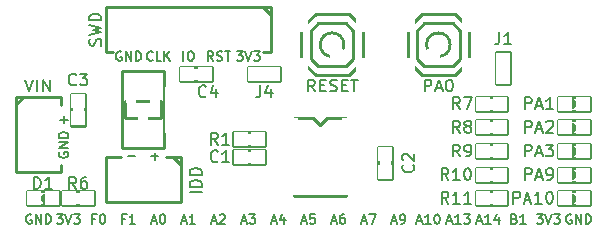
<source format=gto>
G04 #@! TF.FileFunction,Legend,Top*
%FSLAX46Y46*%
G04 Gerber Fmt 4.6, Leading zero omitted, Abs format (unit mm)*
G04 Created by KiCad (PCBNEW 4.0.7) date Mon Nov 27 18:48:16 2017*
%MOMM*%
%LPD*%
G01*
G04 APERTURE LIST*
%ADD10C,0.100000*%
%ADD11C,0.150000*%
%ADD12C,0.250000*%
%ADD13C,0.200000*%
%ADD14C,2.398980*%
%ADD15R,1.400000X1.400000*%
%ADD16C,0.900000*%
%ADD17C,3.600000*%
%ADD18R,1.200000X1.200000*%
%ADD19R,2.200000X1.500000*%
%ADD20R,2.180000X0.800000*%
%ADD21R,2.600000X1.600000*%
%ADD22R,2.600000X4.000000*%
%ADD23R,0.951180X1.400760*%
%ADD24C,1.400000*%
%ADD25R,1.400000X1.200000*%
%ADD26R,1.200000X1.400000*%
G04 APERTURE END LIST*
D10*
D11*
X40304762Y-42942857D02*
X39695238Y-42942857D01*
X42304762Y-42942857D02*
X41695238Y-42942857D01*
X42000000Y-42638095D02*
X42000000Y-43247619D01*
X34307143Y-40144762D02*
X34307143Y-39535238D01*
X34611905Y-39840000D02*
X34002381Y-39840000D01*
X33910000Y-42609523D02*
X33871905Y-42685714D01*
X33871905Y-42799999D01*
X33910000Y-42914285D01*
X33986190Y-42990476D01*
X34062381Y-43028571D01*
X34214762Y-43066666D01*
X34329048Y-43066666D01*
X34481429Y-43028571D01*
X34557619Y-42990476D01*
X34633810Y-42914285D01*
X34671905Y-42799999D01*
X34671905Y-42723809D01*
X34633810Y-42609523D01*
X34595714Y-42571428D01*
X34329048Y-42571428D01*
X34329048Y-42723809D01*
X34671905Y-42228571D02*
X33871905Y-42228571D01*
X34671905Y-41771428D01*
X33871905Y-41771428D01*
X34671905Y-41390476D02*
X33871905Y-41390476D01*
X33871905Y-41200000D01*
X33910000Y-41085714D01*
X33986190Y-41009523D01*
X34062381Y-40971428D01*
X34214762Y-40933333D01*
X34329048Y-40933333D01*
X34481429Y-40971428D01*
X34557619Y-41009523D01*
X34633810Y-41085714D01*
X34671905Y-41200000D01*
X34671905Y-41390476D01*
X48929524Y-34061905D02*
X49424762Y-34061905D01*
X49158095Y-34366667D01*
X49272381Y-34366667D01*
X49348571Y-34404762D01*
X49386667Y-34442857D01*
X49424762Y-34519048D01*
X49424762Y-34709524D01*
X49386667Y-34785714D01*
X49348571Y-34823810D01*
X49272381Y-34861905D01*
X49043809Y-34861905D01*
X48967619Y-34823810D01*
X48929524Y-34785714D01*
X49653333Y-34061905D02*
X49920000Y-34861905D01*
X50186667Y-34061905D01*
X50377143Y-34061905D02*
X50872381Y-34061905D01*
X50605714Y-34366667D01*
X50720000Y-34366667D01*
X50796190Y-34404762D01*
X50834286Y-34442857D01*
X50872381Y-34519048D01*
X50872381Y-34709524D01*
X50834286Y-34785714D01*
X50796190Y-34823810D01*
X50720000Y-34861905D01*
X50491428Y-34861905D01*
X50415238Y-34823810D01*
X50377143Y-34785714D01*
X46941905Y-34861905D02*
X46675238Y-34480952D01*
X46484762Y-34861905D02*
X46484762Y-34061905D01*
X46789524Y-34061905D01*
X46865715Y-34100000D01*
X46903810Y-34138095D01*
X46941905Y-34214286D01*
X46941905Y-34328571D01*
X46903810Y-34404762D01*
X46865715Y-34442857D01*
X46789524Y-34480952D01*
X46484762Y-34480952D01*
X47246667Y-34823810D02*
X47360953Y-34861905D01*
X47551429Y-34861905D01*
X47627619Y-34823810D01*
X47665715Y-34785714D01*
X47703810Y-34709524D01*
X47703810Y-34633333D01*
X47665715Y-34557143D01*
X47627619Y-34519048D01*
X47551429Y-34480952D01*
X47399048Y-34442857D01*
X47322857Y-34404762D01*
X47284762Y-34366667D01*
X47246667Y-34290476D01*
X47246667Y-34214286D01*
X47284762Y-34138095D01*
X47322857Y-34100000D01*
X47399048Y-34061905D01*
X47589524Y-34061905D01*
X47703810Y-34100000D01*
X47932381Y-34061905D02*
X48389524Y-34061905D01*
X48160953Y-34861905D02*
X48160953Y-34061905D01*
X44420953Y-34861905D02*
X44420953Y-34061905D01*
X44954286Y-34061905D02*
X45106667Y-34061905D01*
X45182858Y-34100000D01*
X45259048Y-34176190D01*
X45297143Y-34328571D01*
X45297143Y-34595238D01*
X45259048Y-34747619D01*
X45182858Y-34823810D01*
X45106667Y-34861905D01*
X44954286Y-34861905D01*
X44878096Y-34823810D01*
X44801905Y-34747619D01*
X44763810Y-34595238D01*
X44763810Y-34328571D01*
X44801905Y-34176190D01*
X44878096Y-34100000D01*
X44954286Y-34061905D01*
X41823810Y-34785714D02*
X41785715Y-34823810D01*
X41671429Y-34861905D01*
X41595239Y-34861905D01*
X41480953Y-34823810D01*
X41404762Y-34747619D01*
X41366667Y-34671429D01*
X41328572Y-34519048D01*
X41328572Y-34404762D01*
X41366667Y-34252381D01*
X41404762Y-34176190D01*
X41480953Y-34100000D01*
X41595239Y-34061905D01*
X41671429Y-34061905D01*
X41785715Y-34100000D01*
X41823810Y-34138095D01*
X42547620Y-34861905D02*
X42166667Y-34861905D01*
X42166667Y-34061905D01*
X42814286Y-34861905D02*
X42814286Y-34061905D01*
X43271429Y-34861905D02*
X42928572Y-34404762D01*
X43271429Y-34061905D02*
X42814286Y-34519048D01*
X39150477Y-34100000D02*
X39074286Y-34061905D01*
X38960001Y-34061905D01*
X38845715Y-34100000D01*
X38769524Y-34176190D01*
X38731429Y-34252381D01*
X38693334Y-34404762D01*
X38693334Y-34519048D01*
X38731429Y-34671429D01*
X38769524Y-34747619D01*
X38845715Y-34823810D01*
X38960001Y-34861905D01*
X39036191Y-34861905D01*
X39150477Y-34823810D01*
X39188572Y-34785714D01*
X39188572Y-34519048D01*
X39036191Y-34519048D01*
X39531429Y-34861905D02*
X39531429Y-34061905D01*
X39988572Y-34861905D01*
X39988572Y-34061905D01*
X40369524Y-34861905D02*
X40369524Y-34061905D01*
X40560000Y-34061905D01*
X40674286Y-34100000D01*
X40750477Y-34176190D01*
X40788572Y-34252381D01*
X40826667Y-34404762D01*
X40826667Y-34519048D01*
X40788572Y-34671429D01*
X40750477Y-34747619D01*
X40674286Y-34823810D01*
X40560000Y-34861905D01*
X40369524Y-34861905D01*
X31530477Y-47890000D02*
X31454286Y-47851905D01*
X31340001Y-47851905D01*
X31225715Y-47890000D01*
X31149524Y-47966190D01*
X31111429Y-48042381D01*
X31073334Y-48194762D01*
X31073334Y-48309048D01*
X31111429Y-48461429D01*
X31149524Y-48537619D01*
X31225715Y-48613810D01*
X31340001Y-48651905D01*
X31416191Y-48651905D01*
X31530477Y-48613810D01*
X31568572Y-48575714D01*
X31568572Y-48309048D01*
X31416191Y-48309048D01*
X31911429Y-48651905D02*
X31911429Y-47851905D01*
X32368572Y-48651905D01*
X32368572Y-47851905D01*
X32749524Y-48651905D02*
X32749524Y-47851905D01*
X32940000Y-47851905D01*
X33054286Y-47890000D01*
X33130477Y-47966190D01*
X33168572Y-48042381D01*
X33206667Y-48194762D01*
X33206667Y-48309048D01*
X33168572Y-48461429D01*
X33130477Y-48537619D01*
X33054286Y-48613810D01*
X32940000Y-48651905D01*
X32749524Y-48651905D01*
X33689524Y-47851905D02*
X34184762Y-47851905D01*
X33918095Y-48156667D01*
X34032381Y-48156667D01*
X34108571Y-48194762D01*
X34146667Y-48232857D01*
X34184762Y-48309048D01*
X34184762Y-48499524D01*
X34146667Y-48575714D01*
X34108571Y-48613810D01*
X34032381Y-48651905D01*
X33803809Y-48651905D01*
X33727619Y-48613810D01*
X33689524Y-48575714D01*
X34413333Y-47851905D02*
X34680000Y-48651905D01*
X34946667Y-47851905D01*
X35137143Y-47851905D02*
X35632381Y-47851905D01*
X35365714Y-48156667D01*
X35480000Y-48156667D01*
X35556190Y-48194762D01*
X35594286Y-48232857D01*
X35632381Y-48309048D01*
X35632381Y-48499524D01*
X35594286Y-48575714D01*
X35556190Y-48613810D01*
X35480000Y-48651905D01*
X35251428Y-48651905D01*
X35175238Y-48613810D01*
X35137143Y-48575714D01*
X36953334Y-48232857D02*
X36686667Y-48232857D01*
X36686667Y-48651905D02*
X36686667Y-47851905D01*
X37067620Y-47851905D01*
X37524762Y-47851905D02*
X37600953Y-47851905D01*
X37677143Y-47890000D01*
X37715238Y-47928095D01*
X37753334Y-48004286D01*
X37791429Y-48156667D01*
X37791429Y-48347143D01*
X37753334Y-48499524D01*
X37715238Y-48575714D01*
X37677143Y-48613810D01*
X37600953Y-48651905D01*
X37524762Y-48651905D01*
X37448572Y-48613810D01*
X37410476Y-48575714D01*
X37372381Y-48499524D01*
X37334286Y-48347143D01*
X37334286Y-48156667D01*
X37372381Y-48004286D01*
X37410476Y-47928095D01*
X37448572Y-47890000D01*
X37524762Y-47851905D01*
X39493334Y-48232857D02*
X39226667Y-48232857D01*
X39226667Y-48651905D02*
X39226667Y-47851905D01*
X39607620Y-47851905D01*
X40331429Y-48651905D02*
X39874286Y-48651905D01*
X40102857Y-48651905D02*
X40102857Y-47851905D01*
X40026667Y-47966190D01*
X39950476Y-48042381D01*
X39874286Y-48080476D01*
X41728572Y-48423333D02*
X42109524Y-48423333D01*
X41652381Y-48651905D02*
X41919048Y-47851905D01*
X42185715Y-48651905D01*
X42604762Y-47851905D02*
X42680953Y-47851905D01*
X42757143Y-47890000D01*
X42795238Y-47928095D01*
X42833334Y-48004286D01*
X42871429Y-48156667D01*
X42871429Y-48347143D01*
X42833334Y-48499524D01*
X42795238Y-48575714D01*
X42757143Y-48613810D01*
X42680953Y-48651905D01*
X42604762Y-48651905D01*
X42528572Y-48613810D01*
X42490476Y-48575714D01*
X42452381Y-48499524D01*
X42414286Y-48347143D01*
X42414286Y-48156667D01*
X42452381Y-48004286D01*
X42490476Y-47928095D01*
X42528572Y-47890000D01*
X42604762Y-47851905D01*
X44268572Y-48423333D02*
X44649524Y-48423333D01*
X44192381Y-48651905D02*
X44459048Y-47851905D01*
X44725715Y-48651905D01*
X45411429Y-48651905D02*
X44954286Y-48651905D01*
X45182857Y-48651905D02*
X45182857Y-47851905D01*
X45106667Y-47966190D01*
X45030476Y-48042381D01*
X44954286Y-48080476D01*
X46808572Y-48423333D02*
X47189524Y-48423333D01*
X46732381Y-48651905D02*
X46999048Y-47851905D01*
X47265715Y-48651905D01*
X47494286Y-47928095D02*
X47532381Y-47890000D01*
X47608572Y-47851905D01*
X47799048Y-47851905D01*
X47875238Y-47890000D01*
X47913334Y-47928095D01*
X47951429Y-48004286D01*
X47951429Y-48080476D01*
X47913334Y-48194762D01*
X47456191Y-48651905D01*
X47951429Y-48651905D01*
X49348572Y-48423333D02*
X49729524Y-48423333D01*
X49272381Y-48651905D02*
X49539048Y-47851905D01*
X49805715Y-48651905D01*
X49996191Y-47851905D02*
X50491429Y-47851905D01*
X50224762Y-48156667D01*
X50339048Y-48156667D01*
X50415238Y-48194762D01*
X50453334Y-48232857D01*
X50491429Y-48309048D01*
X50491429Y-48499524D01*
X50453334Y-48575714D01*
X50415238Y-48613810D01*
X50339048Y-48651905D01*
X50110476Y-48651905D01*
X50034286Y-48613810D01*
X49996191Y-48575714D01*
X51888572Y-48423333D02*
X52269524Y-48423333D01*
X51812381Y-48651905D02*
X52079048Y-47851905D01*
X52345715Y-48651905D01*
X52955238Y-48118571D02*
X52955238Y-48651905D01*
X52764762Y-47813810D02*
X52574286Y-48385238D01*
X53069524Y-48385238D01*
X54428572Y-48423333D02*
X54809524Y-48423333D01*
X54352381Y-48651905D02*
X54619048Y-47851905D01*
X54885715Y-48651905D01*
X55533334Y-47851905D02*
X55152381Y-47851905D01*
X55114286Y-48232857D01*
X55152381Y-48194762D01*
X55228572Y-48156667D01*
X55419048Y-48156667D01*
X55495238Y-48194762D01*
X55533334Y-48232857D01*
X55571429Y-48309048D01*
X55571429Y-48499524D01*
X55533334Y-48575714D01*
X55495238Y-48613810D01*
X55419048Y-48651905D01*
X55228572Y-48651905D01*
X55152381Y-48613810D01*
X55114286Y-48575714D01*
X56968572Y-48423333D02*
X57349524Y-48423333D01*
X56892381Y-48651905D02*
X57159048Y-47851905D01*
X57425715Y-48651905D01*
X58035238Y-47851905D02*
X57882857Y-47851905D01*
X57806667Y-47890000D01*
X57768572Y-47928095D01*
X57692381Y-48042381D01*
X57654286Y-48194762D01*
X57654286Y-48499524D01*
X57692381Y-48575714D01*
X57730476Y-48613810D01*
X57806667Y-48651905D01*
X57959048Y-48651905D01*
X58035238Y-48613810D01*
X58073334Y-48575714D01*
X58111429Y-48499524D01*
X58111429Y-48309048D01*
X58073334Y-48232857D01*
X58035238Y-48194762D01*
X57959048Y-48156667D01*
X57806667Y-48156667D01*
X57730476Y-48194762D01*
X57692381Y-48232857D01*
X57654286Y-48309048D01*
X59508572Y-48423333D02*
X59889524Y-48423333D01*
X59432381Y-48651905D02*
X59699048Y-47851905D01*
X59965715Y-48651905D01*
X60156191Y-47851905D02*
X60689524Y-47851905D01*
X60346667Y-48651905D01*
X62048572Y-48423333D02*
X62429524Y-48423333D01*
X61972381Y-48651905D02*
X62239048Y-47851905D01*
X62505715Y-48651905D01*
X62810476Y-48651905D02*
X62962857Y-48651905D01*
X63039048Y-48613810D01*
X63077143Y-48575714D01*
X63153334Y-48461429D01*
X63191429Y-48309048D01*
X63191429Y-48004286D01*
X63153334Y-47928095D01*
X63115238Y-47890000D01*
X63039048Y-47851905D01*
X62886667Y-47851905D01*
X62810476Y-47890000D01*
X62772381Y-47928095D01*
X62734286Y-48004286D01*
X62734286Y-48194762D01*
X62772381Y-48270952D01*
X62810476Y-48309048D01*
X62886667Y-48347143D01*
X63039048Y-48347143D01*
X63115238Y-48309048D01*
X63153334Y-48270952D01*
X63191429Y-48194762D01*
X64207619Y-48423333D02*
X64588571Y-48423333D01*
X64131428Y-48651905D02*
X64398095Y-47851905D01*
X64664762Y-48651905D01*
X65350476Y-48651905D02*
X64893333Y-48651905D01*
X65121904Y-48651905D02*
X65121904Y-47851905D01*
X65045714Y-47966190D01*
X64969523Y-48042381D01*
X64893333Y-48080476D01*
X65845714Y-47851905D02*
X65921905Y-47851905D01*
X65998095Y-47890000D01*
X66036190Y-47928095D01*
X66074286Y-48004286D01*
X66112381Y-48156667D01*
X66112381Y-48347143D01*
X66074286Y-48499524D01*
X66036190Y-48575714D01*
X65998095Y-48613810D01*
X65921905Y-48651905D01*
X65845714Y-48651905D01*
X65769524Y-48613810D01*
X65731428Y-48575714D01*
X65693333Y-48499524D01*
X65655238Y-48347143D01*
X65655238Y-48156667D01*
X65693333Y-48004286D01*
X65731428Y-47928095D01*
X65769524Y-47890000D01*
X65845714Y-47851905D01*
X77250477Y-47890000D02*
X77174286Y-47851905D01*
X77060001Y-47851905D01*
X76945715Y-47890000D01*
X76869524Y-47966190D01*
X76831429Y-48042381D01*
X76793334Y-48194762D01*
X76793334Y-48309048D01*
X76831429Y-48461429D01*
X76869524Y-48537619D01*
X76945715Y-48613810D01*
X77060001Y-48651905D01*
X77136191Y-48651905D01*
X77250477Y-48613810D01*
X77288572Y-48575714D01*
X77288572Y-48309048D01*
X77136191Y-48309048D01*
X77631429Y-48651905D02*
X77631429Y-47851905D01*
X78088572Y-48651905D01*
X78088572Y-47851905D01*
X78469524Y-48651905D02*
X78469524Y-47851905D01*
X78660000Y-47851905D01*
X78774286Y-47890000D01*
X78850477Y-47966190D01*
X78888572Y-48042381D01*
X78926667Y-48194762D01*
X78926667Y-48309048D01*
X78888572Y-48461429D01*
X78850477Y-48537619D01*
X78774286Y-48613810D01*
X78660000Y-48651905D01*
X78469524Y-48651905D01*
X74329524Y-47851905D02*
X74824762Y-47851905D01*
X74558095Y-48156667D01*
X74672381Y-48156667D01*
X74748571Y-48194762D01*
X74786667Y-48232857D01*
X74824762Y-48309048D01*
X74824762Y-48499524D01*
X74786667Y-48575714D01*
X74748571Y-48613810D01*
X74672381Y-48651905D01*
X74443809Y-48651905D01*
X74367619Y-48613810D01*
X74329524Y-48575714D01*
X75053333Y-47851905D02*
X75320000Y-48651905D01*
X75586667Y-47851905D01*
X75777143Y-47851905D02*
X76272381Y-47851905D01*
X76005714Y-48156667D01*
X76120000Y-48156667D01*
X76196190Y-48194762D01*
X76234286Y-48232857D01*
X76272381Y-48309048D01*
X76272381Y-48499524D01*
X76234286Y-48575714D01*
X76196190Y-48613810D01*
X76120000Y-48651905D01*
X75891428Y-48651905D01*
X75815238Y-48613810D01*
X75777143Y-48575714D01*
X72456191Y-48232857D02*
X72570477Y-48270952D01*
X72608572Y-48309048D01*
X72646667Y-48385238D01*
X72646667Y-48499524D01*
X72608572Y-48575714D01*
X72570477Y-48613810D01*
X72494286Y-48651905D01*
X72189524Y-48651905D01*
X72189524Y-47851905D01*
X72456191Y-47851905D01*
X72532381Y-47890000D01*
X72570477Y-47928095D01*
X72608572Y-48004286D01*
X72608572Y-48080476D01*
X72570477Y-48156667D01*
X72532381Y-48194762D01*
X72456191Y-48232857D01*
X72189524Y-48232857D01*
X73408572Y-48651905D02*
X72951429Y-48651905D01*
X73180000Y-48651905D02*
X73180000Y-47851905D01*
X73103810Y-47966190D01*
X73027619Y-48042381D01*
X72951429Y-48080476D01*
X69287619Y-48423333D02*
X69668571Y-48423333D01*
X69211428Y-48651905D02*
X69478095Y-47851905D01*
X69744762Y-48651905D01*
X70430476Y-48651905D02*
X69973333Y-48651905D01*
X70201904Y-48651905D02*
X70201904Y-47851905D01*
X70125714Y-47966190D01*
X70049523Y-48042381D01*
X69973333Y-48080476D01*
X71116190Y-48118571D02*
X71116190Y-48651905D01*
X70925714Y-47813810D02*
X70735238Y-48385238D01*
X71230476Y-48385238D01*
X66747619Y-48423333D02*
X67128571Y-48423333D01*
X66671428Y-48651905D02*
X66938095Y-47851905D01*
X67204762Y-48651905D01*
X67890476Y-48651905D02*
X67433333Y-48651905D01*
X67661904Y-48651905D02*
X67661904Y-47851905D01*
X67585714Y-47966190D01*
X67509523Y-48042381D01*
X67433333Y-48080476D01*
X68157143Y-47851905D02*
X68652381Y-47851905D01*
X68385714Y-48156667D01*
X68500000Y-48156667D01*
X68576190Y-48194762D01*
X68614286Y-48232857D01*
X68652381Y-48309048D01*
X68652381Y-48499524D01*
X68614286Y-48575714D01*
X68576190Y-48613810D01*
X68500000Y-48651905D01*
X68271428Y-48651905D01*
X68195238Y-48613810D01*
X68157143Y-48575714D01*
D12*
X44205000Y-43650000D02*
X43570000Y-43015000D01*
X44205000Y-46825000D02*
X37855000Y-46825000D01*
X37855000Y-46825000D02*
X37855000Y-43015000D01*
X42935000Y-43015000D02*
X44205000Y-43015000D01*
X44205000Y-46825000D02*
X44205000Y-43015000D01*
X37855000Y-43015000D02*
X39125000Y-43015000D01*
X34045000Y-37935000D02*
X34045000Y-38570000D01*
X34045000Y-44285000D02*
X34045000Y-43650000D01*
X30870000Y-37935000D02*
X30235000Y-38570000D01*
X34045000Y-44285000D02*
X30235000Y-44285000D01*
X30235000Y-44285000D02*
X30235000Y-37935000D01*
X34045000Y-37935000D02*
X30235000Y-37935000D01*
X51825000Y-34125000D02*
X51190000Y-34125000D01*
X37855000Y-34125000D02*
X38490000Y-34125000D01*
X51825000Y-30315000D02*
X37855000Y-30315000D01*
X51825000Y-30950000D02*
X51190000Y-30315000D01*
X37855000Y-34125000D02*
X37855000Y-30315000D01*
X51825000Y-34125000D02*
X51825000Y-30315000D01*
X51350000Y-43600000D02*
X51350000Y-42400000D01*
X48650000Y-42400000D02*
X48650000Y-43600000D01*
X48650000Y-43600000D02*
X51350000Y-43600000D01*
X51350000Y-42400000D02*
X48650000Y-42400000D01*
X62100000Y-42150000D02*
X60900000Y-42150000D01*
X60900000Y-44850000D02*
X62100000Y-44850000D01*
X62100000Y-44850000D02*
X62100000Y-42150000D01*
X60900000Y-42150000D02*
X60900000Y-44850000D01*
X34900000Y-40350000D02*
X36100000Y-40350000D01*
X36100000Y-37650000D02*
X34900000Y-37650000D01*
X34900000Y-37650000D02*
X34900000Y-40350000D01*
X36100000Y-40350000D02*
X36100000Y-37650000D01*
X46850000Y-36600000D02*
X46850000Y-35400000D01*
X44150000Y-35400000D02*
X44150000Y-36600000D01*
X44150000Y-36600000D02*
X46850000Y-36600000D01*
X46850000Y-35400000D02*
X44150000Y-35400000D01*
X51350000Y-42100000D02*
X51350000Y-40900000D01*
X48650000Y-40900000D02*
X48650000Y-42100000D01*
X48650000Y-42100000D02*
X51350000Y-42100000D01*
X51350000Y-40900000D02*
X48650000Y-40900000D01*
X36850000Y-47100000D02*
X36850000Y-45900000D01*
X34150000Y-45900000D02*
X34150000Y-47100000D01*
X34150000Y-47100000D02*
X36850000Y-47100000D01*
X36850000Y-45900000D02*
X34150000Y-45900000D01*
X69150000Y-37900000D02*
X69150000Y-39100000D01*
X71850000Y-39100000D02*
X71850000Y-37900000D01*
X71850000Y-37900000D02*
X69150000Y-37900000D01*
X69150000Y-39100000D02*
X71850000Y-39100000D01*
X69150000Y-39900000D02*
X69150000Y-41100000D01*
X71850000Y-41100000D02*
X71850000Y-39900000D01*
X71850000Y-39900000D02*
X69150000Y-39900000D01*
X69150000Y-41100000D02*
X71850000Y-41100000D01*
X69150000Y-41900000D02*
X69150000Y-43100000D01*
X71850000Y-43100000D02*
X71850000Y-41900000D01*
X71850000Y-41900000D02*
X69150000Y-41900000D01*
X69150000Y-43100000D02*
X71850000Y-43100000D01*
X69150000Y-43900000D02*
X69150000Y-45100000D01*
X71850000Y-45100000D02*
X71850000Y-43900000D01*
X71850000Y-43900000D02*
X69150000Y-43900000D01*
X69150000Y-45100000D02*
X71850000Y-45100000D01*
X69150000Y-45900000D02*
X69150000Y-47100000D01*
X71850000Y-47100000D02*
X71850000Y-45900000D01*
X71850000Y-45900000D02*
X69150000Y-45900000D01*
X69150000Y-47100000D02*
X71850000Y-47100000D01*
X58800000Y-32300000D02*
X58800000Y-34700000D01*
X58200000Y-31700000D02*
X58800000Y-32300000D01*
X55800000Y-31700000D02*
X58200000Y-31700000D01*
X55200000Y-32300000D02*
X55800000Y-31700000D01*
X55200000Y-34700000D02*
X55200000Y-32300000D01*
X55800000Y-35300000D02*
X55200000Y-34700000D01*
X58200000Y-35300000D02*
X55800000Y-35300000D01*
X58800000Y-34700000D02*
X58200000Y-35300000D01*
X59600000Y-34900000D02*
X58400000Y-36100000D01*
X59600000Y-32100000D02*
X59600000Y-34900000D01*
X58400000Y-30900000D02*
X59600000Y-32100000D01*
X55600000Y-30900000D02*
X58400000Y-30900000D01*
X54400000Y-32100000D02*
X55600000Y-30900000D01*
X54400000Y-34900000D02*
X54400000Y-32100000D01*
X55600000Y-36100000D02*
X54400000Y-34900000D01*
X58400000Y-36100000D02*
X55600000Y-36100000D01*
X58000000Y-33500000D02*
G75*
G03X58000000Y-33500000I-1000000J0D01*
G01*
X67800000Y-32300000D02*
X67800000Y-34700000D01*
X67200000Y-31700000D02*
X67800000Y-32300000D01*
X64800000Y-31700000D02*
X67200000Y-31700000D01*
X64200000Y-32300000D02*
X64800000Y-31700000D01*
X64200000Y-34700000D02*
X64200000Y-32300000D01*
X64800000Y-35300000D02*
X64200000Y-34700000D01*
X67200000Y-35300000D02*
X64800000Y-35300000D01*
X67800000Y-34700000D02*
X67200000Y-35300000D01*
X68600000Y-34900000D02*
X67400000Y-36100000D01*
X68600000Y-32100000D02*
X68600000Y-34900000D01*
X67400000Y-30900000D02*
X68600000Y-32100000D01*
X64600000Y-30900000D02*
X67400000Y-30900000D01*
X63400000Y-32100000D02*
X64600000Y-30900000D01*
X63400000Y-34900000D02*
X63400000Y-32100000D01*
X64600000Y-36100000D02*
X63400000Y-34900000D01*
X67400000Y-36100000D02*
X64600000Y-36100000D01*
X67000000Y-33500000D02*
G75*
G03X67000000Y-33500000I-1000000J0D01*
G01*
X58200000Y-46300000D02*
X58200000Y-39700000D01*
X58200000Y-39700000D02*
X56600000Y-39700000D01*
X56600000Y-39700000D02*
X56000000Y-40300000D01*
X56000000Y-40300000D02*
X55400000Y-39700000D01*
X55400000Y-39700000D02*
X53800000Y-39700000D01*
X53800000Y-39700000D02*
X53800000Y-46300000D01*
X53800000Y-46300000D02*
X58200000Y-46300000D01*
X42750000Y-42250000D02*
X42750000Y-35750000D01*
X39250000Y-42250000D02*
X42750000Y-42250000D01*
X39250000Y-42250000D02*
X39250000Y-35750000D01*
X39250000Y-35750000D02*
X42750000Y-35750000D01*
X42500000Y-38300000D02*
X42500000Y-39700000D01*
X39500000Y-39700000D02*
X39500000Y-38300000D01*
X39500000Y-39700000D02*
X42500000Y-39700000D01*
X39500000Y-38300000D02*
X42500000Y-38300000D01*
X32650000Y-46200000D02*
X32350000Y-46500000D01*
X32350000Y-46500000D02*
X32650000Y-46800000D01*
X32650000Y-46800000D02*
X32650000Y-46200000D01*
X33850000Y-47100000D02*
X33850000Y-45900000D01*
X31150000Y-45900000D02*
X31150000Y-47100000D01*
X31150000Y-47100000D02*
X33850000Y-47100000D01*
X33850000Y-45900000D02*
X31150000Y-45900000D01*
X77350000Y-38800000D02*
X77650000Y-38500000D01*
X77650000Y-38500000D02*
X77350000Y-38200000D01*
X77350000Y-38200000D02*
X77350000Y-38800000D01*
X76150000Y-37900000D02*
X76150000Y-39100000D01*
X78850000Y-39100000D02*
X78850000Y-37900000D01*
X78850000Y-37900000D02*
X76150000Y-37900000D01*
X76150000Y-39100000D02*
X78850000Y-39100000D01*
X77350000Y-40800000D02*
X77650000Y-40500000D01*
X77650000Y-40500000D02*
X77350000Y-40200000D01*
X77350000Y-40200000D02*
X77350000Y-40800000D01*
X76150000Y-39900000D02*
X76150000Y-41100000D01*
X78850000Y-41100000D02*
X78850000Y-39900000D01*
X78850000Y-39900000D02*
X76150000Y-39900000D01*
X76150000Y-41100000D02*
X78850000Y-41100000D01*
X77350000Y-42800000D02*
X77650000Y-42500000D01*
X77650000Y-42500000D02*
X77350000Y-42200000D01*
X77350000Y-42200000D02*
X77350000Y-42800000D01*
X76150000Y-41900000D02*
X76150000Y-43100000D01*
X78850000Y-43100000D02*
X78850000Y-41900000D01*
X78850000Y-41900000D02*
X76150000Y-41900000D01*
X76150000Y-43100000D02*
X78850000Y-43100000D01*
X77350000Y-44800000D02*
X77650000Y-44500000D01*
X77650000Y-44500000D02*
X77350000Y-44200000D01*
X77350000Y-44200000D02*
X77350000Y-44800000D01*
X76150000Y-43900000D02*
X76150000Y-45100000D01*
X78850000Y-45100000D02*
X78850000Y-43900000D01*
X78850000Y-43900000D02*
X76150000Y-43900000D01*
X76150000Y-45100000D02*
X78850000Y-45100000D01*
X77350000Y-46800000D02*
X77650000Y-46500000D01*
X77650000Y-46500000D02*
X77350000Y-46200000D01*
X77350000Y-46200000D02*
X77350000Y-46800000D01*
X76150000Y-45900000D02*
X76150000Y-47100000D01*
X78850000Y-47100000D02*
X78850000Y-45900000D01*
X78850000Y-45900000D02*
X76150000Y-45900000D01*
X76150000Y-47100000D02*
X78850000Y-47100000D01*
X52600000Y-36600000D02*
X52600000Y-35400000D01*
X49900000Y-35400000D02*
X49900000Y-36600000D01*
X49900000Y-36600000D02*
X52600000Y-36600000D01*
X52600000Y-35400000D02*
X49900000Y-35400000D01*
X70900000Y-36850000D02*
X72100000Y-36850000D01*
X72100000Y-34150000D02*
X70900000Y-34150000D01*
X70900000Y-34150000D02*
X70900000Y-36850000D01*
X72100000Y-36850000D02*
X72100000Y-34150000D01*
D13*
X45952381Y-46000000D02*
X44952381Y-46000000D01*
X45952381Y-45523810D02*
X44952381Y-45523810D01*
X44952381Y-45285715D01*
X45000000Y-45142857D01*
X45095238Y-45047619D01*
X45190476Y-45000000D01*
X45380952Y-44952381D01*
X45523810Y-44952381D01*
X45714286Y-45000000D01*
X45809524Y-45047619D01*
X45904762Y-45142857D01*
X45952381Y-45285715D01*
X45952381Y-45523810D01*
X45952381Y-44523810D02*
X44952381Y-44523810D01*
X44952381Y-44285715D01*
X45000000Y-44142857D01*
X45095238Y-44047619D01*
X45190476Y-44000000D01*
X45380952Y-43952381D01*
X45523810Y-43952381D01*
X45714286Y-44000000D01*
X45809524Y-44047619D01*
X45904762Y-44142857D01*
X45952381Y-44285715D01*
X45952381Y-44523810D01*
X31044762Y-36452381D02*
X31378095Y-37452381D01*
X31711429Y-36452381D01*
X32044762Y-37452381D02*
X32044762Y-36452381D01*
X32520952Y-37452381D02*
X32520952Y-36452381D01*
X33092381Y-37452381D01*
X33092381Y-36452381D01*
X37404762Y-33577143D02*
X37452381Y-33434286D01*
X37452381Y-33196190D01*
X37404762Y-33100952D01*
X37357143Y-33053333D01*
X37261905Y-33005714D01*
X37166667Y-33005714D01*
X37071429Y-33053333D01*
X37023810Y-33100952D01*
X36976190Y-33196190D01*
X36928571Y-33386667D01*
X36880952Y-33481905D01*
X36833333Y-33529524D01*
X36738095Y-33577143D01*
X36642857Y-33577143D01*
X36547619Y-33529524D01*
X36500000Y-33481905D01*
X36452381Y-33386667D01*
X36452381Y-33148571D01*
X36500000Y-33005714D01*
X36452381Y-32672381D02*
X37452381Y-32434286D01*
X36738095Y-32243809D01*
X37452381Y-32053333D01*
X36452381Y-31815238D01*
X37452381Y-31434286D02*
X36452381Y-31434286D01*
X36452381Y-31196191D01*
X36500000Y-31053333D01*
X36595238Y-30958095D01*
X36690476Y-30910476D01*
X36880952Y-30862857D01*
X37023810Y-30862857D01*
X37214286Y-30910476D01*
X37309524Y-30958095D01*
X37404762Y-31053333D01*
X37452381Y-31196191D01*
X37452381Y-31434286D01*
X47333334Y-43357143D02*
X47285715Y-43404762D01*
X47142858Y-43452381D01*
X47047620Y-43452381D01*
X46904762Y-43404762D01*
X46809524Y-43309524D01*
X46761905Y-43214286D01*
X46714286Y-43023810D01*
X46714286Y-42880952D01*
X46761905Y-42690476D01*
X46809524Y-42595238D01*
X46904762Y-42500000D01*
X47047620Y-42452381D01*
X47142858Y-42452381D01*
X47285715Y-42500000D01*
X47333334Y-42547619D01*
X48285715Y-43452381D02*
X47714286Y-43452381D01*
X48000000Y-43452381D02*
X48000000Y-42452381D01*
X47904762Y-42595238D01*
X47809524Y-42690476D01*
X47714286Y-42738095D01*
X63857143Y-43666666D02*
X63904762Y-43714285D01*
X63952381Y-43857142D01*
X63952381Y-43952380D01*
X63904762Y-44095238D01*
X63809524Y-44190476D01*
X63714286Y-44238095D01*
X63523810Y-44285714D01*
X63380952Y-44285714D01*
X63190476Y-44238095D01*
X63095238Y-44190476D01*
X63000000Y-44095238D01*
X62952381Y-43952380D01*
X62952381Y-43857142D01*
X63000000Y-43714285D01*
X63047619Y-43666666D01*
X63047619Y-43285714D02*
X63000000Y-43238095D01*
X62952381Y-43142857D01*
X62952381Y-42904761D01*
X63000000Y-42809523D01*
X63047619Y-42761904D01*
X63142857Y-42714285D01*
X63238095Y-42714285D01*
X63380952Y-42761904D01*
X63952381Y-43333333D01*
X63952381Y-42714285D01*
X35333334Y-36857143D02*
X35285715Y-36904762D01*
X35142858Y-36952381D01*
X35047620Y-36952381D01*
X34904762Y-36904762D01*
X34809524Y-36809524D01*
X34761905Y-36714286D01*
X34714286Y-36523810D01*
X34714286Y-36380952D01*
X34761905Y-36190476D01*
X34809524Y-36095238D01*
X34904762Y-36000000D01*
X35047620Y-35952381D01*
X35142858Y-35952381D01*
X35285715Y-36000000D01*
X35333334Y-36047619D01*
X35666667Y-35952381D02*
X36285715Y-35952381D01*
X35952381Y-36333333D01*
X36095239Y-36333333D01*
X36190477Y-36380952D01*
X36238096Y-36428571D01*
X36285715Y-36523810D01*
X36285715Y-36761905D01*
X36238096Y-36857143D01*
X36190477Y-36904762D01*
X36095239Y-36952381D01*
X35809524Y-36952381D01*
X35714286Y-36904762D01*
X35666667Y-36857143D01*
X46333334Y-37857143D02*
X46285715Y-37904762D01*
X46142858Y-37952381D01*
X46047620Y-37952381D01*
X45904762Y-37904762D01*
X45809524Y-37809524D01*
X45761905Y-37714286D01*
X45714286Y-37523810D01*
X45714286Y-37380952D01*
X45761905Y-37190476D01*
X45809524Y-37095238D01*
X45904762Y-37000000D01*
X46047620Y-36952381D01*
X46142858Y-36952381D01*
X46285715Y-37000000D01*
X46333334Y-37047619D01*
X47190477Y-37285714D02*
X47190477Y-37952381D01*
X46952381Y-36904762D02*
X46714286Y-37619048D01*
X47333334Y-37619048D01*
X47333334Y-41952381D02*
X47000000Y-41476190D01*
X46761905Y-41952381D02*
X46761905Y-40952381D01*
X47142858Y-40952381D01*
X47238096Y-41000000D01*
X47285715Y-41047619D01*
X47333334Y-41142857D01*
X47333334Y-41285714D01*
X47285715Y-41380952D01*
X47238096Y-41428571D01*
X47142858Y-41476190D01*
X46761905Y-41476190D01*
X48285715Y-41952381D02*
X47714286Y-41952381D01*
X48000000Y-41952381D02*
X48000000Y-40952381D01*
X47904762Y-41095238D01*
X47809524Y-41190476D01*
X47714286Y-41238095D01*
X35333334Y-45702381D02*
X35000000Y-45226190D01*
X34761905Y-45702381D02*
X34761905Y-44702381D01*
X35142858Y-44702381D01*
X35238096Y-44750000D01*
X35285715Y-44797619D01*
X35333334Y-44892857D01*
X35333334Y-45035714D01*
X35285715Y-45130952D01*
X35238096Y-45178571D01*
X35142858Y-45226190D01*
X34761905Y-45226190D01*
X36190477Y-44702381D02*
X36000000Y-44702381D01*
X35904762Y-44750000D01*
X35857143Y-44797619D01*
X35761905Y-44940476D01*
X35714286Y-45130952D01*
X35714286Y-45511905D01*
X35761905Y-45607143D01*
X35809524Y-45654762D01*
X35904762Y-45702381D01*
X36095239Y-45702381D01*
X36190477Y-45654762D01*
X36238096Y-45607143D01*
X36285715Y-45511905D01*
X36285715Y-45273810D01*
X36238096Y-45178571D01*
X36190477Y-45130952D01*
X36095239Y-45083333D01*
X35904762Y-45083333D01*
X35809524Y-45130952D01*
X35761905Y-45178571D01*
X35714286Y-45273810D01*
X67833334Y-38952381D02*
X67500000Y-38476190D01*
X67261905Y-38952381D02*
X67261905Y-37952381D01*
X67642858Y-37952381D01*
X67738096Y-38000000D01*
X67785715Y-38047619D01*
X67833334Y-38142857D01*
X67833334Y-38285714D01*
X67785715Y-38380952D01*
X67738096Y-38428571D01*
X67642858Y-38476190D01*
X67261905Y-38476190D01*
X68166667Y-37952381D02*
X68833334Y-37952381D01*
X68404762Y-38952381D01*
X67833334Y-40952381D02*
X67500000Y-40476190D01*
X67261905Y-40952381D02*
X67261905Y-39952381D01*
X67642858Y-39952381D01*
X67738096Y-40000000D01*
X67785715Y-40047619D01*
X67833334Y-40142857D01*
X67833334Y-40285714D01*
X67785715Y-40380952D01*
X67738096Y-40428571D01*
X67642858Y-40476190D01*
X67261905Y-40476190D01*
X68404762Y-40380952D02*
X68309524Y-40333333D01*
X68261905Y-40285714D01*
X68214286Y-40190476D01*
X68214286Y-40142857D01*
X68261905Y-40047619D01*
X68309524Y-40000000D01*
X68404762Y-39952381D01*
X68595239Y-39952381D01*
X68690477Y-40000000D01*
X68738096Y-40047619D01*
X68785715Y-40142857D01*
X68785715Y-40190476D01*
X68738096Y-40285714D01*
X68690477Y-40333333D01*
X68595239Y-40380952D01*
X68404762Y-40380952D01*
X68309524Y-40428571D01*
X68261905Y-40476190D01*
X68214286Y-40571429D01*
X68214286Y-40761905D01*
X68261905Y-40857143D01*
X68309524Y-40904762D01*
X68404762Y-40952381D01*
X68595239Y-40952381D01*
X68690477Y-40904762D01*
X68738096Y-40857143D01*
X68785715Y-40761905D01*
X68785715Y-40571429D01*
X68738096Y-40476190D01*
X68690477Y-40428571D01*
X68595239Y-40380952D01*
X67833334Y-42952381D02*
X67500000Y-42476190D01*
X67261905Y-42952381D02*
X67261905Y-41952381D01*
X67642858Y-41952381D01*
X67738096Y-42000000D01*
X67785715Y-42047619D01*
X67833334Y-42142857D01*
X67833334Y-42285714D01*
X67785715Y-42380952D01*
X67738096Y-42428571D01*
X67642858Y-42476190D01*
X67261905Y-42476190D01*
X68309524Y-42952381D02*
X68500000Y-42952381D01*
X68595239Y-42904762D01*
X68642858Y-42857143D01*
X68738096Y-42714286D01*
X68785715Y-42523810D01*
X68785715Y-42142857D01*
X68738096Y-42047619D01*
X68690477Y-42000000D01*
X68595239Y-41952381D01*
X68404762Y-41952381D01*
X68309524Y-42000000D01*
X68261905Y-42047619D01*
X68214286Y-42142857D01*
X68214286Y-42380952D01*
X68261905Y-42476190D01*
X68309524Y-42523810D01*
X68404762Y-42571429D01*
X68595239Y-42571429D01*
X68690477Y-42523810D01*
X68738096Y-42476190D01*
X68785715Y-42380952D01*
X66857143Y-44952381D02*
X66523809Y-44476190D01*
X66285714Y-44952381D02*
X66285714Y-43952381D01*
X66666667Y-43952381D01*
X66761905Y-44000000D01*
X66809524Y-44047619D01*
X66857143Y-44142857D01*
X66857143Y-44285714D01*
X66809524Y-44380952D01*
X66761905Y-44428571D01*
X66666667Y-44476190D01*
X66285714Y-44476190D01*
X67809524Y-44952381D02*
X67238095Y-44952381D01*
X67523809Y-44952381D02*
X67523809Y-43952381D01*
X67428571Y-44095238D01*
X67333333Y-44190476D01*
X67238095Y-44238095D01*
X68428571Y-43952381D02*
X68523810Y-43952381D01*
X68619048Y-44000000D01*
X68666667Y-44047619D01*
X68714286Y-44142857D01*
X68761905Y-44333333D01*
X68761905Y-44571429D01*
X68714286Y-44761905D01*
X68666667Y-44857143D01*
X68619048Y-44904762D01*
X68523810Y-44952381D01*
X68428571Y-44952381D01*
X68333333Y-44904762D01*
X68285714Y-44857143D01*
X68238095Y-44761905D01*
X68190476Y-44571429D01*
X68190476Y-44333333D01*
X68238095Y-44142857D01*
X68285714Y-44047619D01*
X68333333Y-44000000D01*
X68428571Y-43952381D01*
X66857143Y-46952381D02*
X66523809Y-46476190D01*
X66285714Y-46952381D02*
X66285714Y-45952381D01*
X66666667Y-45952381D01*
X66761905Y-46000000D01*
X66809524Y-46047619D01*
X66857143Y-46142857D01*
X66857143Y-46285714D01*
X66809524Y-46380952D01*
X66761905Y-46428571D01*
X66666667Y-46476190D01*
X66285714Y-46476190D01*
X67809524Y-46952381D02*
X67238095Y-46952381D01*
X67523809Y-46952381D02*
X67523809Y-45952381D01*
X67428571Y-46095238D01*
X67333333Y-46190476D01*
X67238095Y-46238095D01*
X68761905Y-46952381D02*
X68190476Y-46952381D01*
X68476190Y-46952381D02*
X68476190Y-45952381D01*
X68380952Y-46095238D01*
X68285714Y-46190476D01*
X68190476Y-46238095D01*
X55547619Y-37452381D02*
X55214285Y-36976190D01*
X54976190Y-37452381D02*
X54976190Y-36452381D01*
X55357143Y-36452381D01*
X55452381Y-36500000D01*
X55500000Y-36547619D01*
X55547619Y-36642857D01*
X55547619Y-36785714D01*
X55500000Y-36880952D01*
X55452381Y-36928571D01*
X55357143Y-36976190D01*
X54976190Y-36976190D01*
X55976190Y-36928571D02*
X56309524Y-36928571D01*
X56452381Y-37452381D02*
X55976190Y-37452381D01*
X55976190Y-36452381D01*
X56452381Y-36452381D01*
X56833333Y-37404762D02*
X56976190Y-37452381D01*
X57214286Y-37452381D01*
X57309524Y-37404762D01*
X57357143Y-37357143D01*
X57404762Y-37261905D01*
X57404762Y-37166667D01*
X57357143Y-37071429D01*
X57309524Y-37023810D01*
X57214286Y-36976190D01*
X57023809Y-36928571D01*
X56928571Y-36880952D01*
X56880952Y-36833333D01*
X56833333Y-36738095D01*
X56833333Y-36642857D01*
X56880952Y-36547619D01*
X56928571Y-36500000D01*
X57023809Y-36452381D01*
X57261905Y-36452381D01*
X57404762Y-36500000D01*
X57833333Y-36928571D02*
X58166667Y-36928571D01*
X58309524Y-37452381D02*
X57833333Y-37452381D01*
X57833333Y-36452381D01*
X58309524Y-36452381D01*
X58595238Y-36452381D02*
X59166667Y-36452381D01*
X58880952Y-37452381D02*
X58880952Y-36452381D01*
X64833333Y-37452381D02*
X64833333Y-36452381D01*
X65214286Y-36452381D01*
X65309524Y-36500000D01*
X65357143Y-36547619D01*
X65404762Y-36642857D01*
X65404762Y-36785714D01*
X65357143Y-36880952D01*
X65309524Y-36928571D01*
X65214286Y-36976190D01*
X64833333Y-36976190D01*
X65785714Y-37166667D02*
X66261905Y-37166667D01*
X65690476Y-37452381D02*
X66023809Y-36452381D01*
X66357143Y-37452381D01*
X66880952Y-36452381D02*
X66976191Y-36452381D01*
X67071429Y-36500000D01*
X67119048Y-36547619D01*
X67166667Y-36642857D01*
X67214286Y-36833333D01*
X67214286Y-37071429D01*
X67166667Y-37261905D01*
X67119048Y-37357143D01*
X67071429Y-37404762D01*
X66976191Y-37452381D01*
X66880952Y-37452381D01*
X66785714Y-37404762D01*
X66738095Y-37357143D01*
X66690476Y-37261905D01*
X66642857Y-37071429D01*
X66642857Y-36833333D01*
X66690476Y-36642857D01*
X66738095Y-36547619D01*
X66785714Y-36500000D01*
X66880952Y-36452381D01*
X31761905Y-45702381D02*
X31761905Y-44702381D01*
X32000000Y-44702381D01*
X32142858Y-44750000D01*
X32238096Y-44845238D01*
X32285715Y-44940476D01*
X32333334Y-45130952D01*
X32333334Y-45273810D01*
X32285715Y-45464286D01*
X32238096Y-45559524D01*
X32142858Y-45654762D01*
X32000000Y-45702381D01*
X31761905Y-45702381D01*
X33285715Y-45702381D02*
X32714286Y-45702381D01*
X33000000Y-45702381D02*
X33000000Y-44702381D01*
X32904762Y-44845238D01*
X32809524Y-44940476D01*
X32714286Y-44988095D01*
X73333333Y-38952381D02*
X73333333Y-37952381D01*
X73714286Y-37952381D01*
X73809524Y-38000000D01*
X73857143Y-38047619D01*
X73904762Y-38142857D01*
X73904762Y-38285714D01*
X73857143Y-38380952D01*
X73809524Y-38428571D01*
X73714286Y-38476190D01*
X73333333Y-38476190D01*
X74285714Y-38666667D02*
X74761905Y-38666667D01*
X74190476Y-38952381D02*
X74523809Y-37952381D01*
X74857143Y-38952381D01*
X75714286Y-38952381D02*
X75142857Y-38952381D01*
X75428571Y-38952381D02*
X75428571Y-37952381D01*
X75333333Y-38095238D01*
X75238095Y-38190476D01*
X75142857Y-38238095D01*
X73333333Y-40952381D02*
X73333333Y-39952381D01*
X73714286Y-39952381D01*
X73809524Y-40000000D01*
X73857143Y-40047619D01*
X73904762Y-40142857D01*
X73904762Y-40285714D01*
X73857143Y-40380952D01*
X73809524Y-40428571D01*
X73714286Y-40476190D01*
X73333333Y-40476190D01*
X74285714Y-40666667D02*
X74761905Y-40666667D01*
X74190476Y-40952381D02*
X74523809Y-39952381D01*
X74857143Y-40952381D01*
X75142857Y-40047619D02*
X75190476Y-40000000D01*
X75285714Y-39952381D01*
X75523810Y-39952381D01*
X75619048Y-40000000D01*
X75666667Y-40047619D01*
X75714286Y-40142857D01*
X75714286Y-40238095D01*
X75666667Y-40380952D01*
X75095238Y-40952381D01*
X75714286Y-40952381D01*
X73333333Y-42952381D02*
X73333333Y-41952381D01*
X73714286Y-41952381D01*
X73809524Y-42000000D01*
X73857143Y-42047619D01*
X73904762Y-42142857D01*
X73904762Y-42285714D01*
X73857143Y-42380952D01*
X73809524Y-42428571D01*
X73714286Y-42476190D01*
X73333333Y-42476190D01*
X74285714Y-42666667D02*
X74761905Y-42666667D01*
X74190476Y-42952381D02*
X74523809Y-41952381D01*
X74857143Y-42952381D01*
X75095238Y-41952381D02*
X75714286Y-41952381D01*
X75380952Y-42333333D01*
X75523810Y-42333333D01*
X75619048Y-42380952D01*
X75666667Y-42428571D01*
X75714286Y-42523810D01*
X75714286Y-42761905D01*
X75666667Y-42857143D01*
X75619048Y-42904762D01*
X75523810Y-42952381D01*
X75238095Y-42952381D01*
X75142857Y-42904762D01*
X75095238Y-42857143D01*
X73333333Y-44952381D02*
X73333333Y-43952381D01*
X73714286Y-43952381D01*
X73809524Y-44000000D01*
X73857143Y-44047619D01*
X73904762Y-44142857D01*
X73904762Y-44285714D01*
X73857143Y-44380952D01*
X73809524Y-44428571D01*
X73714286Y-44476190D01*
X73333333Y-44476190D01*
X74285714Y-44666667D02*
X74761905Y-44666667D01*
X74190476Y-44952381D02*
X74523809Y-43952381D01*
X74857143Y-44952381D01*
X75238095Y-44952381D02*
X75428571Y-44952381D01*
X75523810Y-44904762D01*
X75571429Y-44857143D01*
X75666667Y-44714286D01*
X75714286Y-44523810D01*
X75714286Y-44142857D01*
X75666667Y-44047619D01*
X75619048Y-44000000D01*
X75523810Y-43952381D01*
X75333333Y-43952381D01*
X75238095Y-44000000D01*
X75190476Y-44047619D01*
X75142857Y-44142857D01*
X75142857Y-44380952D01*
X75190476Y-44476190D01*
X75238095Y-44523810D01*
X75333333Y-44571429D01*
X75523810Y-44571429D01*
X75619048Y-44523810D01*
X75666667Y-44476190D01*
X75714286Y-44380952D01*
X72357143Y-46952381D02*
X72357143Y-45952381D01*
X72738096Y-45952381D01*
X72833334Y-46000000D01*
X72880953Y-46047619D01*
X72928572Y-46142857D01*
X72928572Y-46285714D01*
X72880953Y-46380952D01*
X72833334Y-46428571D01*
X72738096Y-46476190D01*
X72357143Y-46476190D01*
X73309524Y-46666667D02*
X73785715Y-46666667D01*
X73214286Y-46952381D02*
X73547619Y-45952381D01*
X73880953Y-46952381D01*
X74738096Y-46952381D02*
X74166667Y-46952381D01*
X74452381Y-46952381D02*
X74452381Y-45952381D01*
X74357143Y-46095238D01*
X74261905Y-46190476D01*
X74166667Y-46238095D01*
X75357143Y-45952381D02*
X75452382Y-45952381D01*
X75547620Y-46000000D01*
X75595239Y-46047619D01*
X75642858Y-46142857D01*
X75690477Y-46333333D01*
X75690477Y-46571429D01*
X75642858Y-46761905D01*
X75595239Y-46857143D01*
X75547620Y-46904762D01*
X75452382Y-46952381D01*
X75357143Y-46952381D01*
X75261905Y-46904762D01*
X75214286Y-46857143D01*
X75166667Y-46761905D01*
X75119048Y-46571429D01*
X75119048Y-46333333D01*
X75166667Y-46142857D01*
X75214286Y-46047619D01*
X75261905Y-46000000D01*
X75357143Y-45952381D01*
X50916667Y-36952381D02*
X50916667Y-37666667D01*
X50869047Y-37809524D01*
X50773809Y-37904762D01*
X50630952Y-37952381D01*
X50535714Y-37952381D01*
X51821429Y-37285714D02*
X51821429Y-37952381D01*
X51583333Y-36904762D02*
X51345238Y-37619048D01*
X51964286Y-37619048D01*
X71166667Y-32452381D02*
X71166667Y-33166667D01*
X71119047Y-33309524D01*
X71023809Y-33404762D01*
X70880952Y-33452381D01*
X70785714Y-33452381D01*
X72166667Y-33452381D02*
X71595238Y-33452381D01*
X71880952Y-33452381D02*
X71880952Y-32452381D01*
X71785714Y-32595238D01*
X71690476Y-32690476D01*
X71595238Y-32738095D01*
%LPC*%
D14*
X42300000Y-44920000D03*
X39760000Y-44920000D03*
D15*
X51190000Y-77940000D03*
X48650000Y-77940000D03*
X49920000Y-77940000D03*
X49920000Y-79210000D03*
X51190000Y-79210000D03*
X48650000Y-79210000D03*
X43570000Y-77940000D03*
X47380000Y-77940000D03*
X46110000Y-79210000D03*
X46110000Y-77940000D03*
X44840000Y-77940000D03*
X47380000Y-79210000D03*
X43570000Y-79210000D03*
X44840000Y-79210000D03*
X58810000Y-79210000D03*
X60080000Y-77940000D03*
X57540000Y-77940000D03*
X60080000Y-79210000D03*
X57540000Y-79210000D03*
X58810000Y-77940000D03*
X56270000Y-77940000D03*
X55000000Y-77940000D03*
X53730000Y-77940000D03*
X52460000Y-77940000D03*
X53730000Y-79210000D03*
X55000000Y-79210000D03*
X56270000Y-79210000D03*
X52460000Y-79210000D03*
X71510000Y-77940000D03*
X72780000Y-79210000D03*
X71510000Y-79210000D03*
X72780000Y-77940000D03*
X74050000Y-77940000D03*
X74050000Y-79210000D03*
X62620000Y-79210000D03*
X61350000Y-77940000D03*
X61350000Y-79210000D03*
X62620000Y-77940000D03*
X63890000Y-79210000D03*
X65160000Y-79210000D03*
X63890000Y-77940000D03*
X66430000Y-79210000D03*
X67700000Y-77940000D03*
X67700000Y-79210000D03*
X66430000Y-77940000D03*
X65160000Y-77940000D03*
X68970000Y-79210000D03*
X70240000Y-77940000D03*
X70240000Y-79210000D03*
X68970000Y-77940000D03*
X37220000Y-77940000D03*
X37220000Y-79210000D03*
X35950000Y-79210000D03*
X41030000Y-79210000D03*
X41030000Y-77940000D03*
X39760000Y-79210000D03*
X38490000Y-79210000D03*
X38490000Y-77940000D03*
X39760000Y-77940000D03*
X42300000Y-77940000D03*
X42300000Y-79210000D03*
X35950000Y-77940000D03*
X53730000Y-71590000D03*
X55000000Y-70320000D03*
X53730000Y-72860000D03*
X53730000Y-70320000D03*
X56270000Y-74130000D03*
X51190000Y-74130000D03*
X49920000Y-72860000D03*
X52460000Y-72860000D03*
X52460000Y-74130000D03*
X49920000Y-74130000D03*
X51190000Y-72860000D03*
X53730000Y-69050000D03*
X52460000Y-69050000D03*
X51190000Y-69050000D03*
X49920000Y-69050000D03*
X51190000Y-71590000D03*
X49920000Y-70320000D03*
X52460000Y-70320000D03*
X52460000Y-71590000D03*
X49920000Y-71590000D03*
X51190000Y-70320000D03*
X55000000Y-69050000D03*
X56270000Y-69050000D03*
X57540000Y-76670000D03*
X55000000Y-76670000D03*
X56270000Y-76670000D03*
X56270000Y-75400000D03*
X56270000Y-71590000D03*
X56270000Y-72860000D03*
X55000000Y-71590000D03*
X56270000Y-70320000D03*
X55000000Y-72860000D03*
X51190000Y-75400000D03*
X49920000Y-75400000D03*
X52460000Y-75400000D03*
X52460000Y-76670000D03*
X49920000Y-76670000D03*
X51190000Y-76670000D03*
X53730000Y-76670000D03*
X53730000Y-74130000D03*
X55000000Y-74130000D03*
X55000000Y-75400000D03*
X53730000Y-75400000D03*
X34680000Y-69050000D03*
X37220000Y-71590000D03*
X37220000Y-70320000D03*
X38490000Y-71590000D03*
X38490000Y-70320000D03*
X39760000Y-71590000D03*
X34680000Y-71590000D03*
X34680000Y-70320000D03*
X35950000Y-70320000D03*
X35950000Y-71590000D03*
X35950000Y-69050000D03*
X37220000Y-69050000D03*
X39760000Y-69050000D03*
X38490000Y-69050000D03*
X39760000Y-70320000D03*
X41030000Y-71590000D03*
X42300000Y-70320000D03*
X41030000Y-70320000D03*
X41030000Y-69050000D03*
X42300000Y-69050000D03*
X44840000Y-69050000D03*
X47380000Y-69050000D03*
X47380000Y-70320000D03*
X48650000Y-69050000D03*
X48650000Y-70320000D03*
X42300000Y-71590000D03*
X43570000Y-70320000D03*
X43570000Y-69050000D03*
X43570000Y-71590000D03*
X44840000Y-70320000D03*
X44840000Y-71590000D03*
X47380000Y-71590000D03*
X46110000Y-69050000D03*
X48650000Y-71590000D03*
X46110000Y-70320000D03*
X46110000Y-71590000D03*
X33410000Y-71590000D03*
X30870000Y-70320000D03*
X32140000Y-71590000D03*
X32140000Y-70320000D03*
X33410000Y-70320000D03*
X30870000Y-71590000D03*
X33410000Y-69050000D03*
X30870000Y-69050000D03*
X32140000Y-69050000D03*
X37220000Y-76670000D03*
X35950000Y-76670000D03*
X35950000Y-75400000D03*
X37220000Y-75400000D03*
X39760000Y-76670000D03*
X38490000Y-76670000D03*
X38490000Y-75400000D03*
X37220000Y-74130000D03*
X35950000Y-74130000D03*
X35950000Y-72860000D03*
X38490000Y-72860000D03*
X37220000Y-72860000D03*
X30870000Y-74130000D03*
X30870000Y-72860000D03*
X34680000Y-74130000D03*
X34680000Y-72860000D03*
X32140000Y-74130000D03*
X32140000Y-72860000D03*
X33410000Y-72860000D03*
X33410000Y-74130000D03*
X38490000Y-74130000D03*
X39760000Y-75400000D03*
X39760000Y-72860000D03*
X39760000Y-74130000D03*
X47380000Y-74130000D03*
X48650000Y-72860000D03*
X46110000Y-74130000D03*
X47380000Y-72860000D03*
X48650000Y-74130000D03*
X41030000Y-74130000D03*
X43570000Y-74130000D03*
X42300000Y-74130000D03*
X42300000Y-72860000D03*
X43570000Y-72860000D03*
X41030000Y-72860000D03*
X47380000Y-76670000D03*
X47380000Y-75400000D03*
X48650000Y-76670000D03*
X48650000Y-75400000D03*
X46110000Y-76670000D03*
X41030000Y-76670000D03*
X41030000Y-75400000D03*
X42300000Y-75400000D03*
X42300000Y-76670000D03*
X43570000Y-76670000D03*
X43570000Y-75400000D03*
X44840000Y-74130000D03*
X46110000Y-72860000D03*
X44840000Y-72860000D03*
X44840000Y-76670000D03*
X46110000Y-75400000D03*
X44840000Y-75400000D03*
X62620000Y-76670000D03*
X62620000Y-75400000D03*
X61350000Y-76670000D03*
X61350000Y-75400000D03*
X60080000Y-75400000D03*
X60080000Y-74130000D03*
X60080000Y-76670000D03*
X58810000Y-69050000D03*
X58810000Y-70320000D03*
X61350000Y-70320000D03*
X60080000Y-70320000D03*
X60080000Y-69050000D03*
X61350000Y-74130000D03*
X61350000Y-72860000D03*
X60080000Y-72860000D03*
X61350000Y-71590000D03*
X60080000Y-71590000D03*
X57540000Y-72860000D03*
X58810000Y-71590000D03*
X58810000Y-72860000D03*
X57540000Y-71590000D03*
X57540000Y-69050000D03*
X57540000Y-70320000D03*
X58810000Y-76670000D03*
X57540000Y-75400000D03*
X58810000Y-74130000D03*
X58810000Y-75400000D03*
X57540000Y-74130000D03*
X70240000Y-72860000D03*
X70240000Y-74130000D03*
X70240000Y-71590000D03*
X71510000Y-71590000D03*
X75320000Y-74130000D03*
X74050000Y-76670000D03*
X74050000Y-75400000D03*
X74050000Y-74130000D03*
X75320000Y-71590000D03*
X75320000Y-72860000D03*
X77860000Y-74130000D03*
X77860000Y-71590000D03*
X76590000Y-74130000D03*
X76590000Y-71590000D03*
X76590000Y-72860000D03*
X79130000Y-71590000D03*
X79130000Y-72860000D03*
X77860000Y-72860000D03*
X79130000Y-74130000D03*
X70240000Y-75400000D03*
X71510000Y-75400000D03*
X72780000Y-76670000D03*
X71510000Y-76670000D03*
X72780000Y-75400000D03*
X70240000Y-76670000D03*
X74050000Y-71590000D03*
X74050000Y-72860000D03*
X71510000Y-72860000D03*
X71510000Y-74130000D03*
X72780000Y-74130000D03*
X72780000Y-71590000D03*
X72780000Y-72860000D03*
X71510000Y-69050000D03*
X72780000Y-69050000D03*
X79130000Y-70320000D03*
X79130000Y-69050000D03*
X77860000Y-70320000D03*
X75320000Y-70320000D03*
X74050000Y-69050000D03*
X74050000Y-70320000D03*
X75320000Y-69050000D03*
X70240000Y-70320000D03*
X71510000Y-70320000D03*
X70240000Y-69050000D03*
X72780000Y-70320000D03*
X77860000Y-69050000D03*
X76590000Y-70320000D03*
X76590000Y-69050000D03*
X68970000Y-76670000D03*
X67700000Y-74130000D03*
X67700000Y-76670000D03*
X68970000Y-74130000D03*
X67700000Y-75400000D03*
X68970000Y-75400000D03*
X63890000Y-76670000D03*
X63890000Y-75400000D03*
X65160000Y-76670000D03*
X66430000Y-74130000D03*
X66430000Y-75400000D03*
X65160000Y-75400000D03*
X66430000Y-76670000D03*
X65160000Y-74130000D03*
X65160000Y-69050000D03*
X66430000Y-69050000D03*
X63890000Y-70320000D03*
X61350000Y-69050000D03*
X62620000Y-70320000D03*
X62620000Y-69050000D03*
X63890000Y-74130000D03*
X63890000Y-71590000D03*
X63890000Y-72860000D03*
X62620000Y-72860000D03*
X62620000Y-71590000D03*
X62620000Y-74130000D03*
X67700000Y-71590000D03*
X65160000Y-71590000D03*
X65160000Y-72860000D03*
X67700000Y-70320000D03*
X66430000Y-71590000D03*
X65160000Y-70320000D03*
X67700000Y-72860000D03*
X68970000Y-71590000D03*
X68970000Y-72860000D03*
X66430000Y-70320000D03*
X66430000Y-72860000D03*
X68970000Y-70320000D03*
X67700000Y-69050000D03*
X68970000Y-69050000D03*
X63890000Y-69050000D03*
X41030000Y-67780000D03*
X41030000Y-65240000D03*
X41030000Y-62700000D03*
X41030000Y-60160000D03*
X41030000Y-66510000D03*
X41030000Y-63970000D03*
X41030000Y-61430000D03*
X41030000Y-58890000D03*
X42300000Y-66510000D03*
X42300000Y-63970000D03*
X42300000Y-61430000D03*
X42300000Y-58890000D03*
X42300000Y-67780000D03*
X42300000Y-65240000D03*
X42300000Y-62700000D03*
X42300000Y-60160000D03*
X43570000Y-67780000D03*
X43570000Y-65240000D03*
X43570000Y-62700000D03*
X43570000Y-60160000D03*
X43570000Y-66510000D03*
X43570000Y-63970000D03*
X43570000Y-61430000D03*
X43570000Y-58890000D03*
X34680000Y-67780000D03*
X34680000Y-65240000D03*
X34680000Y-62700000D03*
X34680000Y-60160000D03*
X33410000Y-67780000D03*
X33410000Y-65240000D03*
X33410000Y-62700000D03*
X33410000Y-60160000D03*
X32140000Y-67780000D03*
X32140000Y-65240000D03*
X32140000Y-62700000D03*
X32140000Y-60160000D03*
X34680000Y-66510000D03*
X34680000Y-63970000D03*
X34680000Y-61430000D03*
X34680000Y-58890000D03*
X32140000Y-66510000D03*
X32140000Y-63970000D03*
X32140000Y-61430000D03*
X32140000Y-58890000D03*
X33410000Y-66510000D03*
X33410000Y-63970000D03*
X33410000Y-61430000D03*
X33410000Y-58890000D03*
X37220000Y-67780000D03*
X37220000Y-65240000D03*
X37220000Y-62700000D03*
X37220000Y-60160000D03*
X37220000Y-66510000D03*
X37220000Y-63970000D03*
X37220000Y-61430000D03*
X37220000Y-58890000D03*
X35950000Y-66510000D03*
X35950000Y-63970000D03*
X35950000Y-61430000D03*
X35950000Y-58890000D03*
X35950000Y-67780000D03*
X35950000Y-65240000D03*
X35950000Y-62700000D03*
X35950000Y-60160000D03*
X39760000Y-67780000D03*
X39760000Y-65240000D03*
X39760000Y-62700000D03*
X39760000Y-60160000D03*
X39760000Y-66510000D03*
X39760000Y-63970000D03*
X39760000Y-61430000D03*
X39760000Y-58890000D03*
X38490000Y-67780000D03*
X38490000Y-65240000D03*
X38490000Y-62700000D03*
X38490000Y-60160000D03*
X38490000Y-66510000D03*
X38490000Y-63970000D03*
X38490000Y-61430000D03*
X38490000Y-58890000D03*
X47380000Y-67780000D03*
X47380000Y-65240000D03*
X47380000Y-62700000D03*
X47380000Y-60160000D03*
X47380000Y-66510000D03*
X47380000Y-63970000D03*
X47380000Y-61430000D03*
X47380000Y-58890000D03*
X48650000Y-67780000D03*
X48650000Y-65240000D03*
X48650000Y-62700000D03*
X48650000Y-60160000D03*
X48650000Y-66510000D03*
X48650000Y-63970000D03*
X48650000Y-61430000D03*
X48650000Y-58890000D03*
X46110000Y-67780000D03*
X46110000Y-65240000D03*
X46110000Y-62700000D03*
X46110000Y-60160000D03*
X44840000Y-66510000D03*
X44840000Y-63970000D03*
X44840000Y-61430000D03*
X44840000Y-58890000D03*
X44840000Y-67780000D03*
X44840000Y-65240000D03*
X44840000Y-62700000D03*
X44840000Y-60160000D03*
X46110000Y-66510000D03*
X46110000Y-63970000D03*
X46110000Y-61430000D03*
X46110000Y-58890000D03*
X75320000Y-67780000D03*
X75320000Y-65240000D03*
X75320000Y-62700000D03*
X75320000Y-60160000D03*
X77860000Y-67780000D03*
X77860000Y-65240000D03*
X77860000Y-62700000D03*
X77860000Y-60160000D03*
X76590000Y-67780000D03*
X76590000Y-65240000D03*
X76590000Y-62700000D03*
X76590000Y-60160000D03*
X79130000Y-67780000D03*
X79130000Y-65240000D03*
X79130000Y-62700000D03*
X79130000Y-60160000D03*
X74050000Y-67780000D03*
X74050000Y-65240000D03*
X74050000Y-62700000D03*
X74050000Y-60160000D03*
X79130000Y-66510000D03*
X79130000Y-63970000D03*
X79130000Y-61430000D03*
X79130000Y-58890000D03*
X75320000Y-66510000D03*
X75320000Y-63970000D03*
X75320000Y-61430000D03*
X75320000Y-58890000D03*
X74050000Y-66510000D03*
X74050000Y-63970000D03*
X74050000Y-61430000D03*
X74050000Y-58890000D03*
X76590000Y-66510000D03*
X76590000Y-63970000D03*
X76590000Y-61430000D03*
X76590000Y-58890000D03*
X77860000Y-66510000D03*
X77860000Y-63970000D03*
X77860000Y-61430000D03*
X77860000Y-58890000D03*
X68970000Y-67780000D03*
X68970000Y-65240000D03*
X68970000Y-62700000D03*
X68970000Y-60160000D03*
X70240000Y-66510000D03*
X70240000Y-63970000D03*
X70240000Y-61430000D03*
X70240000Y-58890000D03*
X67700000Y-67780000D03*
X67700000Y-65240000D03*
X67700000Y-62700000D03*
X67700000Y-60160000D03*
X67700000Y-66510000D03*
X67700000Y-63970000D03*
X67700000Y-61430000D03*
X67700000Y-58890000D03*
X70240000Y-67780000D03*
X70240000Y-65240000D03*
X70240000Y-62700000D03*
X70240000Y-60160000D03*
X68970000Y-66510000D03*
X68970000Y-63970000D03*
X68970000Y-61430000D03*
X68970000Y-58890000D03*
X72780000Y-67780000D03*
X72780000Y-65240000D03*
X72780000Y-62700000D03*
X72780000Y-60160000D03*
X71510000Y-67780000D03*
X71510000Y-65240000D03*
X71510000Y-62700000D03*
X71510000Y-60160000D03*
X72780000Y-66510000D03*
X72780000Y-63970000D03*
X72780000Y-61430000D03*
X72780000Y-58890000D03*
X71510000Y-66510000D03*
X71510000Y-63970000D03*
X71510000Y-61430000D03*
X71510000Y-58890000D03*
X63890000Y-67780000D03*
X63890000Y-65240000D03*
X63890000Y-62700000D03*
X63890000Y-60160000D03*
X65160000Y-67780000D03*
X65160000Y-65240000D03*
X65160000Y-62700000D03*
X65160000Y-60160000D03*
X65160000Y-66510000D03*
X65160000Y-63970000D03*
X65160000Y-61430000D03*
X65160000Y-58890000D03*
X66430000Y-67780000D03*
X66430000Y-65240000D03*
X66430000Y-62700000D03*
X66430000Y-60160000D03*
X63890000Y-66510000D03*
X63890000Y-63970000D03*
X63890000Y-61430000D03*
X63890000Y-58890000D03*
X66430000Y-66510000D03*
X66430000Y-63970000D03*
X66430000Y-61430000D03*
X66430000Y-58890000D03*
X61350000Y-67780000D03*
X61350000Y-65240000D03*
X61350000Y-62700000D03*
X61350000Y-60160000D03*
X62620000Y-66510000D03*
X62620000Y-63970000D03*
X62620000Y-61430000D03*
X62620000Y-58890000D03*
X62620000Y-67780000D03*
X62620000Y-65240000D03*
X62620000Y-62700000D03*
X62620000Y-60160000D03*
X61350000Y-66510000D03*
X61350000Y-63970000D03*
X61350000Y-61430000D03*
X61350000Y-58890000D03*
X60080000Y-66510000D03*
X60080000Y-63970000D03*
X60080000Y-61430000D03*
X60080000Y-58890000D03*
X60080000Y-67780000D03*
X60080000Y-65240000D03*
X60080000Y-62700000D03*
X60080000Y-60160000D03*
X58810000Y-67780000D03*
X58810000Y-65240000D03*
X58810000Y-62700000D03*
X58810000Y-60160000D03*
X58810000Y-66510000D03*
X58810000Y-63970000D03*
X58810000Y-61430000D03*
X58810000Y-58890000D03*
X53730000Y-67780000D03*
X53730000Y-65240000D03*
X53730000Y-62700000D03*
X53730000Y-60160000D03*
X53730000Y-66510000D03*
X53730000Y-63970000D03*
X53730000Y-61430000D03*
X53730000Y-58890000D03*
X51190000Y-67780000D03*
X51190000Y-65240000D03*
X51190000Y-62700000D03*
X51190000Y-60160000D03*
X51190000Y-66510000D03*
X51190000Y-63970000D03*
X51190000Y-61430000D03*
X51190000Y-58890000D03*
X49920000Y-66510000D03*
X49920000Y-63970000D03*
X49920000Y-61430000D03*
X49920000Y-58890000D03*
X52460000Y-66510000D03*
X52460000Y-63970000D03*
X52460000Y-61430000D03*
X52460000Y-58890000D03*
X52460000Y-67780000D03*
X52460000Y-65240000D03*
X52460000Y-62700000D03*
X52460000Y-60160000D03*
X49920000Y-67780000D03*
X49920000Y-65240000D03*
X49920000Y-62700000D03*
X49920000Y-60160000D03*
X30870000Y-67780000D03*
X30870000Y-65240000D03*
X30870000Y-62700000D03*
X30870000Y-60160000D03*
X30870000Y-66510000D03*
X30870000Y-63970000D03*
X30870000Y-61430000D03*
X30870000Y-58890000D03*
X57540000Y-67780000D03*
X57540000Y-65240000D03*
X57540000Y-62700000D03*
X57540000Y-60160000D03*
X56270000Y-67780000D03*
X56270000Y-65240000D03*
X56270000Y-62700000D03*
X56270000Y-60160000D03*
X56270000Y-66510000D03*
X56270000Y-63970000D03*
X56270000Y-61430000D03*
X56270000Y-58890000D03*
X55000000Y-67780000D03*
X55000000Y-65240000D03*
X55000000Y-62700000D03*
X55000000Y-60160000D03*
X55000000Y-66510000D03*
X55000000Y-63970000D03*
X55000000Y-61430000D03*
X55000000Y-58890000D03*
X57540000Y-66510000D03*
X57540000Y-63970000D03*
X57540000Y-61430000D03*
X57540000Y-58890000D03*
X41030000Y-57620000D03*
X41030000Y-56350000D03*
X42300000Y-56350000D03*
X42300000Y-57620000D03*
X43570000Y-57620000D03*
X43570000Y-56350000D03*
X34680000Y-57620000D03*
X33410000Y-57620000D03*
X32140000Y-57620000D03*
X34680000Y-56350000D03*
X32140000Y-56350000D03*
X33410000Y-56350000D03*
X37220000Y-57620000D03*
X37220000Y-56350000D03*
X35950000Y-56350000D03*
X35950000Y-57620000D03*
X39760000Y-57620000D03*
X39760000Y-56350000D03*
X38490000Y-57620000D03*
X38490000Y-56350000D03*
X47380000Y-57620000D03*
X47380000Y-56350000D03*
X48650000Y-57620000D03*
X48650000Y-56350000D03*
X46110000Y-57620000D03*
X44840000Y-56350000D03*
X44840000Y-57620000D03*
X46110000Y-56350000D03*
X75320000Y-57620000D03*
X77860000Y-57620000D03*
X76590000Y-57620000D03*
X79130000Y-57620000D03*
X74050000Y-57620000D03*
X79130000Y-56350000D03*
X75320000Y-56350000D03*
X74050000Y-56350000D03*
X76590000Y-56350000D03*
X77860000Y-56350000D03*
X68970000Y-57620000D03*
X70240000Y-56350000D03*
X67700000Y-57620000D03*
X67700000Y-56350000D03*
X70240000Y-57620000D03*
X68970000Y-56350000D03*
X72780000Y-57620000D03*
X71510000Y-57620000D03*
X72780000Y-56350000D03*
X71510000Y-56350000D03*
X63890000Y-57620000D03*
X65160000Y-57620000D03*
X65160000Y-56350000D03*
X66430000Y-57620000D03*
X63890000Y-56350000D03*
X66430000Y-56350000D03*
X61350000Y-57620000D03*
X62620000Y-56350000D03*
X62620000Y-57620000D03*
X61350000Y-56350000D03*
X60080000Y-56350000D03*
X60080000Y-57620000D03*
X58810000Y-57620000D03*
X58810000Y-56350000D03*
X53730000Y-57620000D03*
X53730000Y-56350000D03*
X51190000Y-57620000D03*
X51190000Y-56350000D03*
X49920000Y-56350000D03*
X52460000Y-56350000D03*
X52460000Y-57620000D03*
X49920000Y-57620000D03*
X30870000Y-57620000D03*
X30870000Y-56350000D03*
X57540000Y-57620000D03*
X56270000Y-57620000D03*
X56270000Y-56350000D03*
X55000000Y-57620000D03*
X55000000Y-56350000D03*
X57540000Y-56350000D03*
X37220000Y-55080000D03*
X38490000Y-55080000D03*
X39760000Y-55080000D03*
X48650000Y-55080000D03*
X47380000Y-55080000D03*
X46110000Y-55080000D03*
X44840000Y-55080000D03*
X43570000Y-55080000D03*
X41030000Y-55080000D03*
X42300000Y-55080000D03*
X79130000Y-55080000D03*
X75320000Y-55080000D03*
X76590000Y-55080000D03*
X74050000Y-55080000D03*
X77860000Y-55080000D03*
X66430000Y-55080000D03*
X63890000Y-55080000D03*
X65160000Y-55080000D03*
X71510000Y-55080000D03*
X72780000Y-55080000D03*
X70240000Y-55080000D03*
X68970000Y-55080000D03*
X67700000Y-55080000D03*
X61350000Y-55080000D03*
X62620000Y-55080000D03*
X52460000Y-55080000D03*
X56270000Y-55080000D03*
X53730000Y-55080000D03*
X55000000Y-55080000D03*
X49920000Y-55080000D03*
X51190000Y-55080000D03*
X57540000Y-55080000D03*
X58810000Y-55080000D03*
X60080000Y-55080000D03*
X35950000Y-55080000D03*
X34680000Y-55080000D03*
X32140000Y-55080000D03*
X30870000Y-55080000D03*
X33410000Y-55080000D03*
X79130000Y-53810000D03*
X72780000Y-53810000D03*
X71510000Y-53810000D03*
X77860000Y-53810000D03*
X74050000Y-53810000D03*
X75320000Y-53810000D03*
X76590000Y-53810000D03*
X68970000Y-53810000D03*
X70240000Y-53810000D03*
X67700000Y-53810000D03*
X55000000Y-53810000D03*
X51190000Y-53810000D03*
X52460000Y-53810000D03*
X53730000Y-53810000D03*
X65160000Y-53810000D03*
X66430000Y-53810000D03*
X60080000Y-53810000D03*
X58810000Y-53810000D03*
X62620000Y-53810000D03*
X63890000Y-53810000D03*
X61350000Y-53810000D03*
X56270000Y-53810000D03*
X57540000Y-53810000D03*
X42300000Y-53810000D03*
X41030000Y-53810000D03*
X43570000Y-53810000D03*
X48650000Y-53810000D03*
X49920000Y-53810000D03*
X46110000Y-53810000D03*
X44840000Y-53810000D03*
X47380000Y-53810000D03*
X38490000Y-53810000D03*
X35950000Y-53810000D03*
X39760000Y-53810000D03*
X37220000Y-53810000D03*
X34680000Y-53810000D03*
X33410000Y-53810000D03*
X32140000Y-53810000D03*
D16*
X72750000Y-51750000D03*
X74250000Y-51750000D03*
X73500000Y-51750000D03*
X49250000Y-51750000D03*
X47750000Y-51750000D03*
X48500000Y-51750000D03*
X66750000Y-51750000D03*
X63750000Y-51750000D03*
X65250000Y-51750000D03*
X66000000Y-51750000D03*
X63000000Y-51750000D03*
X64500000Y-51750000D03*
X61500000Y-51750000D03*
X62250000Y-51750000D03*
X60750000Y-51750000D03*
X69750000Y-51750000D03*
X69000000Y-51750000D03*
X71250000Y-51750000D03*
X67500000Y-51750000D03*
X72000000Y-51750000D03*
X68250000Y-51750000D03*
X70500000Y-51750000D03*
X41750000Y-51750000D03*
X42500000Y-51750000D03*
X43250000Y-51750000D03*
X45500000Y-51750000D03*
X46250000Y-51750000D03*
X44750000Y-51750000D03*
X44000000Y-51750000D03*
X47000000Y-51750000D03*
X40250000Y-51750000D03*
X39500000Y-51750000D03*
X41000000Y-51750000D03*
X38750000Y-51750000D03*
X37250000Y-51750000D03*
X38000000Y-51750000D03*
X36500000Y-51750000D03*
D14*
X32140000Y-39840000D03*
X32140000Y-42380000D03*
X49920000Y-32220000D03*
X47380000Y-32220000D03*
X44840000Y-32220000D03*
X42300000Y-32220000D03*
X39760000Y-32220000D03*
D17*
X33000000Y-33000000D03*
X33000000Y-77000000D03*
X77000000Y-77000000D03*
D18*
X50750000Y-43000000D03*
X49250000Y-43000000D03*
X61500000Y-42750000D03*
X61500000Y-44250000D03*
X35500000Y-39750000D03*
X35500000Y-38250000D03*
X46250000Y-36000000D03*
X44750000Y-36000000D03*
X50750000Y-41500000D03*
X49250000Y-41500000D03*
X36250000Y-46500000D03*
X34750000Y-46500000D03*
X69750000Y-38500000D03*
X71250000Y-38500000D03*
X69750000Y-40500000D03*
X71250000Y-40500000D03*
X69750000Y-42500000D03*
X71250000Y-42500000D03*
X69750000Y-44500000D03*
X71250000Y-44500000D03*
X69750000Y-46500000D03*
X71250000Y-46500000D03*
D19*
X60100000Y-35350000D03*
X60100000Y-31650000D03*
X53900000Y-31650000D03*
X53900000Y-35350000D03*
X69100000Y-35350000D03*
X69100000Y-31650000D03*
X62900000Y-31650000D03*
X62900000Y-35350000D03*
D20*
X58970000Y-45925000D03*
X58970000Y-45275000D03*
X53030000Y-45275000D03*
X53030000Y-45925000D03*
X53030000Y-44625000D03*
X53030000Y-42675000D03*
X53030000Y-43975000D03*
X53030000Y-43325000D03*
X58970000Y-43325000D03*
X58970000Y-43975000D03*
X58970000Y-42675000D03*
X58970000Y-44625000D03*
X58970000Y-42025000D03*
X58970000Y-40075000D03*
X58970000Y-41375000D03*
X58970000Y-40725000D03*
X53030000Y-40725000D03*
X53030000Y-41375000D03*
X53030000Y-40075000D03*
X53030000Y-42025000D03*
D21*
X37900000Y-36700000D03*
X37900000Y-39000000D03*
X37900000Y-41300000D03*
D22*
X44100000Y-39000000D03*
D23*
X39973840Y-37801120D03*
X42000760Y-37801120D03*
X41000000Y-40198880D03*
D18*
X33250000Y-46500000D03*
X31750000Y-46500000D03*
X76750000Y-38500000D03*
X78250000Y-38500000D03*
X76750000Y-40500000D03*
X78250000Y-40500000D03*
X76750000Y-42500000D03*
X78250000Y-42500000D03*
X76750000Y-44500000D03*
X78250000Y-44500000D03*
X76750000Y-46500000D03*
X78250000Y-46500000D03*
D17*
X77000000Y-33000000D03*
D24*
X65500000Y-34500000D03*
X57500000Y-34500000D03*
D14*
X77860000Y-50000000D03*
X75320000Y-50000000D03*
X72780000Y-50000000D03*
X62620000Y-50000000D03*
X60080000Y-50000000D03*
X57540000Y-50000000D03*
X55000000Y-50000000D03*
X52460000Y-50000000D03*
X65160000Y-50000000D03*
X67700000Y-50000000D03*
X70240000Y-50000000D03*
X49920000Y-50000000D03*
X47380000Y-50000000D03*
X44840000Y-50000000D03*
X32140000Y-50000000D03*
X34680000Y-50000000D03*
X37220000Y-50000000D03*
X39760000Y-50000000D03*
X42300000Y-50000000D03*
D16*
X35750000Y-51750000D03*
D15*
X30870000Y-53810000D03*
D25*
X51900000Y-36000000D03*
X50600000Y-36000000D03*
D26*
X71500000Y-36150000D03*
X71500000Y-34850000D03*
M02*

</source>
